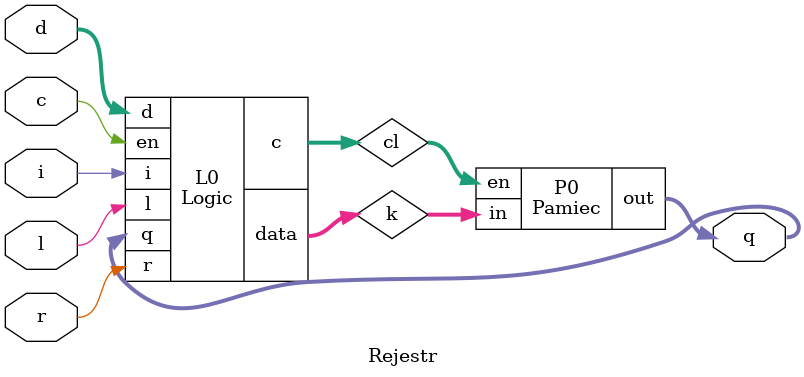
<source format=sv>
module dff(
  input en,d,
  output q
);
  logic r,s,nr,ns;
  nand gq(q,nr,nq),gnq(nq,ns,q),
  gr(nr,en,r),gs(ns,nr,en,s),gr1(r,nr,s),
  gs1(s,ns,d);
endmodule

// Logika kontrolująca odpowiednie przerzutniki

module MSBlogic(
  input en, q, d, l, r, i,
  output data, c
);
  logic k,n,m;
  assign k = d&&r&&l;
  assign n = l&&!r&&i;
  assign m = !l&&r&&q;
  assign c = !en&&(r||l) ? en : 'b0;
  assign data = m||n||k;
endmodule

module Midlogic(
  input en, ql, qr, d, l, r,
  output data, c
);
  logic k,m,n;
  assign k = d&&l&&r;
  assign m = qr&&r&&!l;
  assign n = ql&&!r&&l;
  assign c = !en&&(r||l) ? en : 'b0;
  assign data = m||n||k;
endmodule

module LSBlogic(
  input en, q, d, l, r, i,
  output data, c
);
  logic k,n,m;
  assign k = d&&r&&l;
  assign n = !l&&r&&i;
  assign m = l&&!r&&q;
  assign c = !en&&(r||l) ? en : 'b0;
  assign data = m||n||k;
endmodule

// Ogólny moduł 8 bitowy kontrolujący przerzutniki

module Logic(
  input[7:0] d,q,
  input i,l,r,en,
  output[7:0] data,c
);
  MSBlogic M7(en,q[6],d[7],l,r,i,data[7],c[7]);
  Midlogic M6(en,q[7],q[5],d[6],l,r,data[6],c[6]),
  M5(en,q[6],q[4],d[5],l,r,data[5],c[5]),
  M4(en,q[5],q[3],d[4],l,r,data[4],c[4]),
  M3(en,q[4],q[2],d[3],l,r,data[3],c[3]),
  M2(en,q[3],q[1],d[2],l,r,data[2],c[2]),
  M1(en,q[2],q[0],d[1],l,r,data[1],c[1]);
  LSBlogic M0(en,q[1],d[0],l,r,i,data[0],c[0]);
endmodule

// Ogólny moduł pamięci 8 bitowej

module Pamiec(
  input[7:0] in,en,
  output[7:0] out
);
  dff d7(en[0],in[7],out[7]),
  d6(en[1],in[6],out[6]),
  d5(en[2],in[5],out[5]),
  d4(en[3],in[4],out[4]),
  d3(en[4],in[3],out[3]),
  d2(en[5],in[2],out[2]),
  d1(en[6],in[1],out[1]),
  d0(en[7],in[0],out[0]);
endmodule

// Moduł główny

module Rejestr(
  input[7:0] d,
  input i,c,r,l,
  output[7:0] q  
);
  logic[7:0] cl,k;
  Pamiec P0(k,cl,q);
  Logic L0(d,q,i,l,r,c,k,cl);
endmodule

</source>
